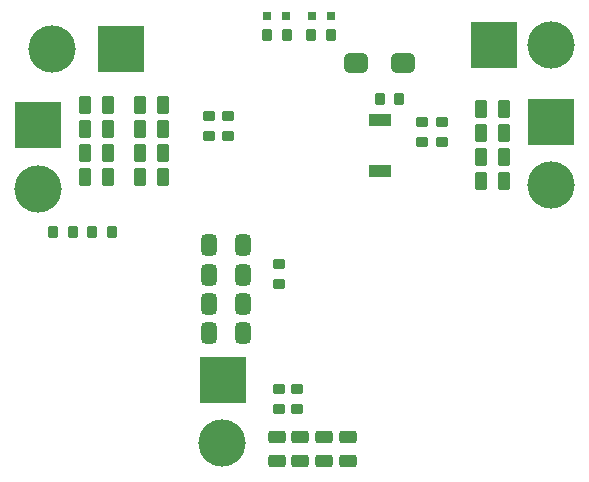
<source format=gtp>
G04*
G04 #@! TF.GenerationSoftware,Altium Limited,Altium Designer,20.2.5 (213)*
G04*
G04 Layer_Color=8421504*
%FSLAX25Y25*%
%MOIN*%
G70*
G04*
G04 #@! TF.SameCoordinates,E7A29C4C-667B-4874-933E-F4189BEA85A9*
G04*
G04*
G04 #@! TF.FilePolarity,Positive*
G04*
G01*
G75*
G04:AMPARAMS|DCode=17|XSize=59.84mil|YSize=43.31mil|CornerRadius=10.83mil|HoleSize=0mil|Usage=FLASHONLY|Rotation=270.000|XOffset=0mil|YOffset=0mil|HoleType=Round|Shape=RoundedRectangle|*
%AMROUNDEDRECTD17*
21,1,0.05984,0.02165,0,0,270.0*
21,1,0.03819,0.04331,0,0,270.0*
1,1,0.02165,-0.01083,-0.01909*
1,1,0.02165,-0.01083,0.01909*
1,1,0.02165,0.01083,0.01909*
1,1,0.02165,0.01083,-0.01909*
%
%ADD17ROUNDEDRECTD17*%
%ADD18C,0.15748*%
G04:AMPARAMS|DCode=19|XSize=59.84mil|YSize=43.31mil|CornerRadius=10.83mil|HoleSize=0mil|Usage=FLASHONLY|Rotation=0.000|XOffset=0mil|YOffset=0mil|HoleType=Round|Shape=RoundedRectangle|*
%AMROUNDEDRECTD19*
21,1,0.05984,0.02165,0,0,0.0*
21,1,0.03819,0.04331,0,0,0.0*
1,1,0.02165,0.01909,-0.01083*
1,1,0.02165,-0.01909,-0.01083*
1,1,0.02165,-0.01909,0.01083*
1,1,0.02165,0.01909,0.01083*
%
%ADD19ROUNDEDRECTD19*%
%ADD20R,0.15748X0.15748*%
G04:AMPARAMS|DCode=21|XSize=39.37mil|YSize=35.43mil|CornerRadius=8.86mil|HoleSize=0mil|Usage=FLASHONLY|Rotation=270.000|XOffset=0mil|YOffset=0mil|HoleType=Round|Shape=RoundedRectangle|*
%AMROUNDEDRECTD21*
21,1,0.03937,0.01772,0,0,270.0*
21,1,0.02165,0.03543,0,0,270.0*
1,1,0.01772,-0.00886,-0.01083*
1,1,0.01772,-0.00886,0.01083*
1,1,0.01772,0.00886,0.01083*
1,1,0.01772,0.00886,-0.01083*
%
%ADD21ROUNDEDRECTD21*%
G04:AMPARAMS|DCode=22|XSize=39.37mil|YSize=35.43mil|CornerRadius=8.86mil|HoleSize=0mil|Usage=FLASHONLY|Rotation=180.000|XOffset=0mil|YOffset=0mil|HoleType=Round|Shape=RoundedRectangle|*
%AMROUNDEDRECTD22*
21,1,0.03937,0.01772,0,0,180.0*
21,1,0.02165,0.03543,0,0,180.0*
1,1,0.01772,-0.01083,0.00886*
1,1,0.01772,0.01083,0.00886*
1,1,0.01772,0.01083,-0.00886*
1,1,0.01772,-0.01083,-0.00886*
%
%ADD22ROUNDEDRECTD22*%
G04:AMPARAMS|DCode=23|XSize=70.87mil|YSize=51.18mil|CornerRadius=12.8mil|HoleSize=0mil|Usage=FLASHONLY|Rotation=270.000|XOffset=0mil|YOffset=0mil|HoleType=Round|Shape=RoundedRectangle|*
%AMROUNDEDRECTD23*
21,1,0.07087,0.02559,0,0,270.0*
21,1,0.04528,0.05118,0,0,270.0*
1,1,0.02559,-0.01280,-0.02264*
1,1,0.02559,-0.01280,0.02264*
1,1,0.02559,0.01280,0.02264*
1,1,0.02559,0.01280,-0.02264*
%
%ADD23ROUNDEDRECTD23*%
%ADD24R,0.03150X0.03150*%
G04:AMPARAMS|DCode=25|XSize=78.74mil|YSize=66.93mil|CornerRadius=16.73mil|HoleSize=0mil|Usage=FLASHONLY|Rotation=180.000|XOffset=0mil|YOffset=0mil|HoleType=Round|Shape=RoundedRectangle|*
%AMROUNDEDRECTD25*
21,1,0.07874,0.03347,0,0,180.0*
21,1,0.04528,0.06693,0,0,180.0*
1,1,0.03346,-0.02264,0.01673*
1,1,0.03346,0.02264,0.01673*
1,1,0.03346,0.02264,-0.01673*
1,1,0.03346,-0.02264,-0.01673*
%
%ADD25ROUNDEDRECTD25*%
%ADD26R,0.07677X0.04331*%
%ADD27R,0.15748X0.15748*%
D17*
X48622Y100394D02*
D03*
X56496D02*
D03*
X170276Y98917D02*
D03*
X162402D02*
D03*
X170276Y106890D02*
D03*
X162402D02*
D03*
X170276Y114961D02*
D03*
X162402D02*
D03*
X170276Y122933D02*
D03*
X162402D02*
D03*
X48622Y116339D02*
D03*
X56496D02*
D03*
X48622Y124311D02*
D03*
X56496D02*
D03*
X48622Y108366D02*
D03*
X56496D02*
D03*
X38189Y124311D02*
D03*
X30315D02*
D03*
X38189Y116339D02*
D03*
X30315D02*
D03*
X38189Y108366D02*
D03*
X30315D02*
D03*
X38189Y100394D02*
D03*
X30315D02*
D03*
D18*
X185827Y144193D02*
D03*
X76279Y11713D02*
D03*
X185827Y97638D02*
D03*
X19390Y143012D02*
D03*
X14665Y96161D02*
D03*
D19*
X118209Y5610D02*
D03*
Y13484D02*
D03*
X110236Y5610D02*
D03*
Y13484D02*
D03*
X94390Y5610D02*
D03*
Y13484D02*
D03*
X102264Y5610D02*
D03*
Y13484D02*
D03*
D20*
X42323Y143012D02*
D03*
X14665Y117717D02*
D03*
X185827Y118701D02*
D03*
X166831Y144291D02*
D03*
D21*
X26378Y82087D02*
D03*
X19685D02*
D03*
X39469D02*
D03*
X32776D02*
D03*
X91240Y147638D02*
D03*
X97933D02*
D03*
X112424Y147627D02*
D03*
X105731D02*
D03*
X128937Y126181D02*
D03*
X135236D02*
D03*
D22*
X95177Y23031D02*
D03*
Y29724D02*
D03*
X101181Y23031D02*
D03*
Y29724D02*
D03*
X78150Y113779D02*
D03*
Y120472D02*
D03*
X71776Y113867D02*
D03*
Y120560D02*
D03*
X149409Y111811D02*
D03*
Y118504D02*
D03*
X142717Y111811D02*
D03*
Y118504D02*
D03*
X95177Y64567D02*
D03*
Y71260D02*
D03*
D23*
X71850Y48277D02*
D03*
X83267D02*
D03*
X71850Y58021D02*
D03*
X83267D02*
D03*
X71752Y77509D02*
D03*
X83169D02*
D03*
X71850Y67765D02*
D03*
X83267D02*
D03*
D24*
X91240Y153937D02*
D03*
X97539D02*
D03*
X106102D02*
D03*
X112402D02*
D03*
D25*
X120669Y138386D02*
D03*
X136417D02*
D03*
D26*
X128937Y119291D02*
D03*
Y102362D02*
D03*
D27*
X76575Y32579D02*
D03*
M02*

</source>
